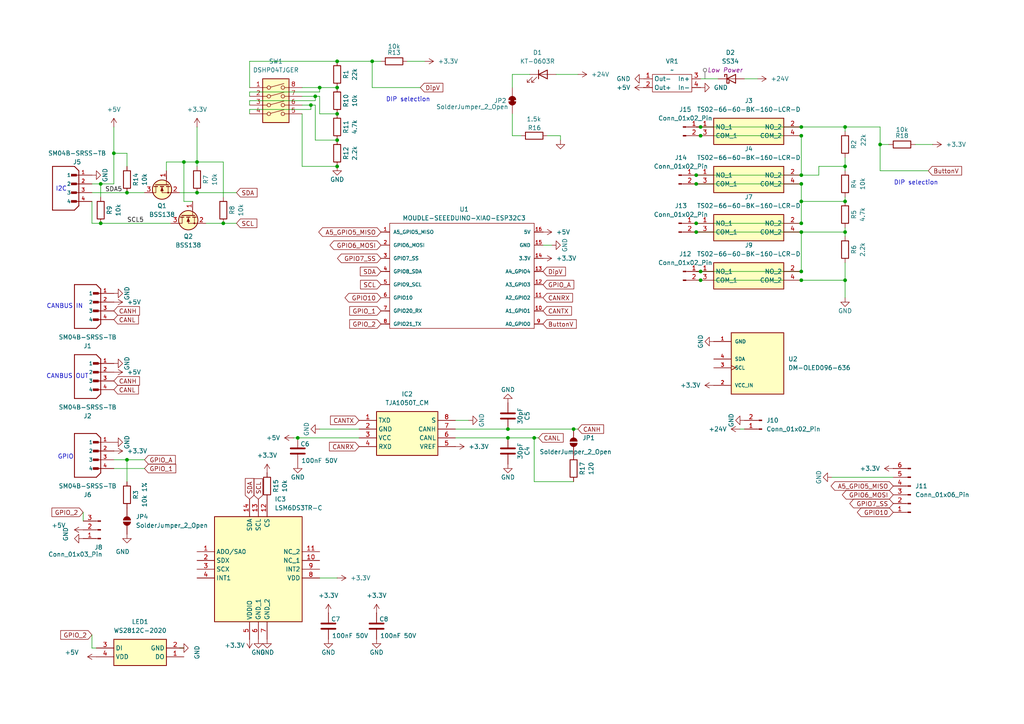
<source format=kicad_sch>
(kicad_sch (version 20231120) (generator "eeschema") (generator_version "8.0")
  (paper "A4")
  (junction (at 154.94 127))
  (junction (at 29.21 64.77))
  (junction (at 232.41 67.31))
  (junction (at 203.2 36.83))
  (junction (at 245.11 67.31))
  (junction (at 203.2 39.37))
  (junction (at 57.15 55.88))
  (junction (at 64.77 64.77))
  (junction (at 53.34 46.99))
  (junction (at 97.79 25.4))
  (junction (at 232.41 50.8))
  (junction (at 97.79 33.02))
  (junction (at 90.17 30.48))
  (junction (at 232.41 64.77))
  (junction (at 232.41 58.42))
  (junction (at 147.32 127))
  (junction (at 97.79 17.78))
  (junction (at 201.93 64.77))
  (junction (at 33.02 44.45))
  (junction (at 86.36 127))
  (junction (at 245.11 48.26))
  (junction (at 166.37 124.46))
  (junction (at 232.41 78.74))
  (junction (at 97.79 48.26))
  (junction (at 29.21 53.34))
  (junction (at 203.2 81.28))
  (junction (at 232.41 53.34))
  (junction (at 36.83 133.35))
  (junction (at 203.2 78.74))
  (junction (at 147.32 124.46))
  (junction (at 245.11 81.28))
  (junction (at 92.71 25.4))
  (junction (at 91.44 27.94))
  (junction (at 36.83 55.88))
  (junction (at 232.41 39.37))
  (junction (at 245.11 58.42))
  (junction (at 232.41 81.28))
  (junction (at 57.15 46.99))
  (junction (at 201.93 50.8))
  (junction (at 245.11 36.83))
  (junction (at 201.93 53.34))
  (junction (at 107.95 17.78))
  (junction (at 97.79 40.64))
  (junction (at 255.27 41.91))
  (junction (at 232.41 36.83))
  (junction (at 201.93 67.31))
  (wire (pts (xy 97.79 167.64) (xy 92.71 167.64)))
  (wire (pts (xy 245.11 81.28) (xy 245.11 76.2)))
  (wire (pts (xy 232.41 58.42) (xy 245.11 58.42)))
  (wire (pts (xy 232.41 67.31) (xy 232.41 78.74)))
  (wire (pts (xy 201.93 39.37) (xy 203.2 39.37)))
  (wire (pts (xy 33.02 53.34) (xy 29.21 53.34)))
  (wire (pts (xy 91.44 27.94) (xy 92.71 27.94)))
  (wire (pts (xy 36.83 44.45) (xy 33.02 44.45)))
  (wire (pts (xy 72.39 17.78) (xy 97.79 17.78)))
  (wire (pts (xy 57.15 36.83) (xy 57.15 46.99)))
  (wire (pts (xy 53.34 58.42) (xy 55.88 58.42)))
  (wire (pts (xy 24.13 148.59) (xy 24.13 151.13)))
  (wire (pts (xy 147.32 124.46) (xy 132.08 124.46)))
  (wire (pts (xy 68.58 64.77) (xy 64.77 64.77)))
  (wire (pts (xy 245.11 45.72) (xy 245.11 48.26)))
  (wire (pts (xy 255.27 49.53) (xy 269.24 49.53)))
  (wire (pts (xy 33.02 44.45) (xy 33.02 53.34)))
  (wire (pts (xy 41.91 133.35) (xy 36.83 133.35)))
  (wire (pts (xy 118.11 17.78) (xy 123.19 17.78)))
  (wire (pts (xy 237.49 48.26) (xy 245.11 48.26)))
  (wire (pts (xy 91.44 40.64) (xy 97.79 40.64)))
  (wire (pts (xy 154.94 139.7) (xy 154.94 127)))
  (wire (pts (xy 72.39 30.48) (xy 72.39 29.21)))
  (wire (pts (xy 232.41 81.28) (xy 245.11 81.28)))
  (wire (pts (xy 53.34 187.96) (xy 52.07 187.96)))
  (wire (pts (xy 92.71 27.94) (xy 92.71 33.02)))
  (wire (pts (xy 201.93 78.74) (xy 203.2 78.74)))
  (wire (pts (xy 201.93 67.31) (xy 232.41 67.31)))
  (wire (pts (xy 201.93 53.34) (xy 232.41 53.34)))
  (wire (pts (xy 208.28 22.86) (xy 203.2 22.86)))
  (wire (pts (xy 107.95 17.78) (xy 107.95 25.4)))
  (wire (pts (xy 36.83 133.35) (xy 33.02 133.35)))
  (wire (pts (xy 72.39 33.02) (xy 72.39 31.75)))
  (wire (pts (xy 59.69 64.77) (xy 64.77 64.77)))
  (wire (pts (xy 72.39 31.75) (xy 90.17 31.75)))
  (wire (pts (xy 53.34 46.99) (xy 57.15 46.99)))
  (wire (pts (xy 26.67 187.96) (xy 27.94 187.96)))
  (wire (pts (xy 29.21 53.34) (xy 29.21 57.15)))
  (wire (pts (xy 232.41 58.42) (xy 232.41 64.77)))
  (wire (pts (xy 90.17 30.48) (xy 91.44 30.48)))
  (wire (pts (xy 158.75 39.37) (xy 162.56 39.37)))
  (wire (pts (xy 36.83 133.35) (xy 36.83 139.7)))
  (wire (pts (xy 245.11 58.42) (xy 245.11 57.15)))
  (wire (pts (xy 151.13 39.37) (xy 148.59 39.37)))
  (wire (pts (xy 72.39 26.67) (xy 92.71 26.67)))
  (wire (pts (xy 87.63 25.4) (xy 92.71 25.4)))
  (wire (pts (xy 26.67 55.88) (xy 36.83 55.88)))
  (wire (pts (xy 97.79 17.78) (xy 107.95 17.78)))
  (wire (pts (xy 232.41 67.31) (xy 245.11 67.31)))
  (wire (pts (xy 48.26 46.99) (xy 53.34 46.99)))
  (wire (pts (xy 167.64 124.46) (xy 166.37 124.46)))
  (wire (pts (xy 57.15 55.88) (xy 52.07 55.88)))
  (wire (pts (xy 26.67 64.77) (xy 26.67 58.42)))
  (wire (pts (xy 57.15 46.99) (xy 57.15 48.26)))
  (wire (pts (xy 166.37 124.46) (xy 147.32 124.46)))
  (wire (pts (xy 87.63 48.26) (xy 97.79 48.26)))
  (wire (pts (xy 36.83 48.26) (xy 36.83 44.45)))
  (wire (pts (xy 68.58 55.88) (xy 57.15 55.88)))
  (wire (pts (xy 87.63 30.48) (xy 90.17 30.48)))
  (wire (pts (xy 245.11 86.36) (xy 245.11 81.28)))
  (wire (pts (xy 237.49 50.8) (xy 237.49 48.26)))
  (wire (pts (xy 92.71 26.67) (xy 92.71 25.4)))
  (wire (pts (xy 29.21 64.77) (xy 26.67 64.77)))
  (wire (pts (xy 92.71 33.02) (xy 97.79 33.02)))
  (wire (pts (xy 26.67 184.15) (xy 26.67 187.96)))
  (wire (pts (xy 92.71 124.46) (xy 104.14 124.46)))
  (wire (pts (xy 41.91 135.89) (xy 33.02 135.89)))
  (wire (pts (xy 265.43 41.91) (xy 270.51 41.91)))
  (wire (pts (xy 92.71 25.4) (xy 97.79 25.4)))
  (wire (pts (xy 90.17 31.75) (xy 90.17 30.48)))
  (wire (pts (xy 156.21 127) (xy 154.94 127)))
  (wire (pts (xy 91.44 29.21) (xy 91.44 27.94)))
  (wire (pts (xy 201.93 64.77) (xy 232.41 64.77)))
  (wire (pts (xy 107.95 25.4) (xy 121.92 25.4)))
  (wire (pts (xy 87.63 33.02) (xy 87.63 48.26)))
  (wire (pts (xy 255.27 36.83) (xy 255.27 41.91)))
  (wire (pts (xy 148.59 39.37) (xy 148.59 33.02)))
  (wire (pts (xy 91.44 30.48) (xy 91.44 40.64)))
  (wire (pts (xy 49.53 64.77) (xy 29.21 64.77)))
  (wire (pts (xy 64.77 46.99) (xy 57.15 46.99)))
  (wire (pts (xy 154.94 127) (xy 147.32 127)))
  (wire (pts (xy 72.39 27.94) (xy 72.39 26.67)))
  (wire (pts (xy 147.32 127) (xy 132.08 127)))
  (wire (pts (xy 148.59 21.59) (xy 148.59 25.4)))
  (wire (pts (xy 162.56 39.37) (xy 162.56 40.64)))
  (wire (pts (xy 255.27 41.91) (xy 255.27 49.53)))
  (wire (pts (xy 85.09 127) (xy 86.36 127)))
  (wire (pts (xy 166.37 139.7) (xy 154.94 139.7)))
  (wire (pts (xy 48.26 49.53) (xy 48.26 46.99)))
  (wire (pts (xy 87.63 27.94) (xy 91.44 27.94)))
  (wire (pts (xy 86.36 127) (xy 104.14 127)))
  (wire (pts (xy 53.34 46.99) (xy 53.34 58.42)))
  (wire (pts (xy 132.08 121.92) (xy 135.89 121.92)))
  (wire (pts (xy 36.83 55.88) (xy 41.91 55.88)))
  (wire (pts (xy 201.93 36.83) (xy 203.2 36.83)))
  (wire (pts (xy 201.93 81.28) (xy 203.2 81.28)))
  (wire (pts (xy 245.11 68.58) (xy 245.11 67.31)))
  (wire (pts (xy 232.41 50.8) (xy 237.49 50.8)))
  (wire (pts (xy 160.02 71.12) (xy 157.48 71.12)))
  (wire (pts (xy 72.39 29.21) (xy 91.44 29.21)))
  (wire (pts (xy 72.39 25.4) (xy 72.39 17.78)))
  (wire (pts (xy 167.64 21.59) (xy 161.29 21.59)))
  (wire (pts (xy 245.11 67.31) (xy 245.11 66.04)))
  (wire (pts (xy 219.71 22.86) (xy 215.9 22.86)))
  (wire (pts (xy 29.21 53.34) (xy 26.67 53.34)))
  (wire (pts (xy 33.02 36.83) (xy 33.02 44.45)))
  (wire (pts (xy 214.63 124.46) (xy 215.9 124.46)))
  (wire (pts (xy 255.27 41.91) (xy 257.81 41.91)))
  (wire (pts (xy 245.11 36.83) (xy 255.27 36.83)))
  (wire (pts (xy 203.2 81.28) (xy 232.41 81.28)))
  (wire (pts (xy 245.11 48.26) (xy 245.11 49.53)))
  (wire (pts (xy 241.3 138.43) (xy 259.08 138.43)))
  (wire (pts (xy 107.95 17.78) (xy 110.49 17.78)))
  (wire (pts (xy 148.59 21.59) (xy 153.67 21.59)))
  (wire (pts (xy 203.2 78.74) (xy 232.41 78.74)))
  (wire (pts (xy 232.41 53.34) (xy 232.41 58.42)))
  (wire (pts (xy 203.2 39.37) (xy 232.41 39.37)))
  (wire (pts (xy 64.77 57.15) (xy 64.77 46.99)))
  (wire (pts (xy 232.41 36.83) (xy 245.11 36.83)))
  (wire (pts (xy 245.11 36.83) (xy 245.11 38.1)))
  (wire (pts (xy 203.2 36.83) (xy 232.41 36.83)))
  (wire (pts (xy 232.41 39.37) (xy 232.41 50.8)))
  (wire (pts (xy 201.93 50.8) (xy 232.41 50.8)))
  (text "CANBUS OUT" (at 19.558 109.22 0) (effects (font (size 1.27 1.27))))
  (text "GPIO\n" (at 19.05 132.588 0) (effects (font (size 1.27 1.27))))
  (text "DIP selection" (at 265.684 53.086 0) (effects (font (size 1.27 1.27))))
  (text "CANBUS IN" (at 18.796 88.9 0) (effects (font (size 1.27 1.27))))
  (text "DIP selection" (at 118.364 28.956 0) (effects (font (size 1.27 1.27))))
  (text "I2C" (at 17.78 54.864 0) (effects (font (size 1.27 1.27))))
  (label "SDA5" (at 30.48 55.88 0))
  (label "SCL5" (at 36.83 64.77 0))
  (global_label "CANTX" (shape input) (at 104.14 121.92 180) (property "Intersheetrefs" "${INTERSHEET_REFS}" (effects (hide yes))))
  (global_label "SDA" (shape input) (at 72.39 144.78 90) (property "Intersheetrefs" "${INTERSHEET_REFS}" (effects (hide yes))))
  (global_label "GPIO_A" (shape input) (at 157.48 82.55 0) (property "Intersheetrefs" "${INTERSHEET_REFS}" (effects (hide yes))))
  (global_label "GPIO_A" (shape input) (at 41.91 133.35 0) (property "Intersheetrefs" "${INTERSHEET_REFS}" (effects (hide yes))))
  (global_label "ButtonV" (shape input) (at 157.48 93.98 0) (property "Intersheetrefs" "${INTERSHEET_REFS}" (effects (hide yes))))
  (global_label "A5_GPIO5_MISO" (shape bidirectional) (at 259.08 140.97 180) (property "Intersheetrefs" "${INTERSHEET_REFS}" (effects (hide yes))))
  (global_label "CANRX" (shape input) (at 104.14 129.54 180) (property "Intersheetrefs" "${INTERSHEET_REFS}" (effects (hide yes))))
  (global_label "CANH" (shape input) (at 33.02 110.49 0) (property "Intersheetrefs" "${INTERSHEET_REFS}" (effects (hide yes))))
  (global_label "GPIO7_SS" (shape bidirectional) (at 110.49 74.93 180) (property "Intersheetrefs" "${INTERSHEET_REFS}" (effects (hide yes))))
  (global_label "GPIO_1" (shape input) (at 110.49 90.17 180) (property "Intersheetrefs" "${INTERSHEET_REFS}" (effects (hide yes))))
  (global_label "GPIO_2" (shape input) (at 24.13 148.59 180) (property "Intersheetrefs" "${INTERSHEET_REFS}" (effects (hide yes))))
  (global_label "DipV" (shape input) (at 121.92 25.4 0) (property "Intersheetrefs" "${INTERSHEET_REFS}" (effects (hide yes))))
  (global_label "CANL" (shape input) (at 156.21 127 0) (property "Intersheetrefs" "${INTERSHEET_REFS}" (effects (hide yes))))
  (global_label "SCL" (shape input) (at 68.58 64.77 0) (property "Intersheetrefs" "${INTERSHEET_REFS}" (effects (hide yes))))
  (global_label "CANRX" (shape input) (at 157.48 86.36 0) (property "Intersheetrefs" "${INTERSHEET_REFS}" (effects (hide yes))))
  (global_label "CANH" (shape input) (at 33.02 90.17 0) (property "Intersheetrefs" "${INTERSHEET_REFS}" (effects (hide yes))))
  (global_label "CANL" (shape input) (at 33.02 113.03 0) (property "Intersheetrefs" "${INTERSHEET_REFS}" (effects (hide yes))))
  (global_label "CANH" (shape input) (at 167.64 124.46 0) (property "Intersheetrefs" "${INTERSHEET_REFS}" (effects (hide yes))))
  (global_label "GPIO_2" (shape input) (at 110.49 93.98 180) (property "Intersheetrefs" "${INTERSHEET_REFS}" (effects (hide yes))))
  (global_label "GPIO6_MOSI" (shape bidirectional) (at 110.49 71.12 180) (property "Intersheetrefs" "${INTERSHEET_REFS}" (effects (hide yes))))
  (global_label "GPIO_1" (shape input) (at 41.91 135.89 0) (property "Intersheetrefs" "${INTERSHEET_REFS}" (effects (hide yes))))
  (global_label "ButtonV" (shape input) (at 269.24 49.53 0) (property "Intersheetrefs" "${INTERSHEET_REFS}" (effects (hide yes))))
  (global_label "A5_GPIO5_MISO" (shape bidirectional) (at 110.49 67.31 180) (property "Intersheetrefs" "${INTERSHEET_REFS}" (effects (hide yes))))
  (global_label "GPIO7_SS" (shape bidirectional) (at 259.08 146.05 180) (property "Intersheetrefs" "${INTERSHEET_REFS}" (effects (hide yes))))
  (global_label "CANL" (shape input) (at 33.02 92.71 0) (property "Intersheetrefs" "${INTERSHEET_REFS}" (effects (hide yes))))
  (global_label "SDA" (shape input) (at 110.49 78.74 180) (property "Intersheetrefs" "${INTERSHEET_REFS}" (effects (hide yes))))
  (global_label "GPIO10" (shape bidirectional) (at 110.49 86.36 180) (property "Intersheetrefs" "${INTERSHEET_REFS}" (effects (hide yes))))
  (global_label "DipV" (shape input) (at 157.48 78.74 0) (property "Intersheetrefs" "${INTERSHEET_REFS}" (effects (hide yes))))
  (global_label "GPIO6_MOSI" (shape bidirectional) (at 259.08 143.51 180) (property "Intersheetrefs" "${INTERSHEET_REFS}" (effects (hide yes))))
  (global_label "SCL" (shape input) (at 74.93 144.78 90) (property "Intersheetrefs" "${INTERSHEET_REFS}" (effects (hide yes))))
  (global_label "SCL" (shape input) (at 110.49 82.55 180) (property "Intersheetrefs" "${INTERSHEET_REFS}" (effects (hide yes))))
  (global_label "SDA" (shape input) (at 68.58 55.88 0) (property "Intersheetrefs" "${INTERSHEET_REFS}" (effects (hide yes))))
  (global_label "GPIO10" (shape bidirectional) (at 259.08 148.59 180) (property "Intersheetrefs" "${INTERSHEET_REFS}" (effects (hide yes))))
  (global_label "GPIO_2" (shape input) (at 26.67 184.15 180) (property "Intersheetrefs" "${INTERSHEET_REFS}" (effects (hide yes))))
  (global_label "CANTX" (shape input) (at 157.48 90.17 0) (property "Intersheetrefs" "${INTERSHEET_REFS}" (effects (hide yes))))
  (netclass_flag "" (length 2.54) (shape round) (at 204.47 22.86 0) (property "Netclass" "Low Power" (at 205.1685 20.32 0) (effects (font (italic yes)) (justify left))))
  (symbol (lib_id "Connector:Conn_01x03_Pin") (at 29.21 153.67 180) (unit 1)
    (property "Reference" "J8" (at 28.575 158.75 0))
    (property "Value" "Conn_01x03_Pin" (at 21.844 160.782 0))
    (property "Footprint" "Connector_PinHeader_2.54mm:PinHeader_1x03_P2.54mm_Vertical" (effects (hide yes)))
    (property "Description" "Generic connector, single row, 01x03, script generated" (effects (hide yes)))
  )
  (symbol (lib_id "power:GND") (at 241.3 138.43 270) (unit 1)
    (property "Reference" "#PWR047" (effects (hide yes)))
    (property "Value" "GND" (at 237.49 138.43 0))
  )
  (symbol (lib_id "power:+24V") (at 214.63 124.46 90) (unit 1)
    (property "Reference" "#PWR049" (effects (hide yes)))
    (property "Value" "+24V" (at 210.82 124.4599 90) (effects (justify left)))
  )
  (symbol (lib_id "power:GND") (at 77.47 185.42 0) (unit 1)
    (property "Reference" "#PWR036" (effects (hide yes)))
    (property "Value" "GND" (at 77.47 189.23 0))
  )
  (symbol (lib_id "power:GND") (at 162.56 40.64 0) (unit 1)
    (property "Reference" "#PWR011" (effects (hide yes)))
    (property "Value" "GND" (effects (hide yes)))
  )
  (symbol (lib_id "power:+5V") (at 85.09 127 90) (unit 1)
    (property "Reference" "#PWR015" (effects (hide yes)))
    (property "Value" "+5V" (at 81.28 126.9999 90) (effects (justify left)))
    (property "Description" "Power symbol creates a global label with name \"+5V\"" (effects (hide yes)))
  )
  (symbol (lib_id "SamacSys_Parts:TS02-66-60-BK-160-LCR-D") (at 201.93 36.83 0) (unit 1)
    (property "Reference" "J3" (at 217.17 29.21 0))
    (property "Value" "TS02-66-60-BK-160-LCR-D" (at 217.17 31.75 0))
    (property "Footprint" "TS026660BK160LCRD" (effects (hide yes)))
    (property "Datasheet" "https://www.sameskydevices.com/product/resource/supplyframepdf/ts02.pdf" (effects (hide yes)))
    (property "Description" "6 x 6 mm, 6 mm Actuator Height, 160 gf, Black, Long Crimped, Through Hole, SPST, Tactile Switch" (effects (hide yes)))
    (property "Height" "6.2" (effects (hide yes)))
    (property "Manufacturer_Name" "Same Sky" (effects (hide yes)))
    (property "Manufacturer_Part_Number" "TS02-66-60-BK-160-LCR-D" (effects (hide yes)))
    (property "Mouser Part Number" "179-TS026660BK160LCR" (effects (hide yes)))
    (property "Mouser Price/Stock" "https://www.mouser.co.uk/ProductDetail/CUI-Devices/TS02-66-60-BK-160-LCR-D?qs=A6eO%252BMLsxmT2go%252BgKJKEow%3D%3D" (effects (hide yes)))
    (property "Arrow Part Number" "TS02-66-60-BK-160-LCR-D" (effects (hide yes)))
    (property "Arrow Price/Stock" "https://www.arrow.com/en/products/ts02-66-60-bk-160-lcr-d/cui-devices?region=nac" (effects (hide yes)))
  )
  (symbol (lib_id "Device:R") (at 261.62 41.91 270) (unit 1)
    (property "Reference" "R18" (at 261.62 39.37 90))
    (property "Value" "10k" (at 261.62 37.592 90))
    (property "Footprint" "Resistor_SMD:R_0402_1005Metric" (effects (hide yes)))
  )
  (symbol (lib_id "power:GND") (at 95.25 185.42 0) (unit 1)
    (property "Reference" "#PWR041" (effects (hide yes)))
    (property "Value" "GND" (at 95.25 189.23 0))
  )
  (symbol (lib_id "Device:R") (at 245.11 41.91 180) (unit 1)
    (property "Reference" "R2" (at 247.65 41.91 90))
    (property "Value" "22k" (at 250.444 40.64 90))
    (property "Footprint" "Resistor_SMD:R_0402_1005Metric" (effects (hide yes)))
  )
  (symbol (lib_id "Device:R") (at 29.21 60.96 180) (unit 1)
    (property "Reference" "R9" (at 31.75 60.96 90))
    (property "Value" "10k" (at 34.29 60.96 90))
    (property "Footprint" "Resistor_SMD:R_0402_1005Metric" (effects (hide yes)))
  )
  (symbol (lib_id "power:GND") (at 33.02 85.09 90) (unit 1)
    (property "Reference" "#PWR02" (effects (hide yes)))
    (property "Value" "GND" (at 36.83 85.09 0))
  )
  (symbol (lib_id "Device:R") (at 166.37 135.89 180) (unit 1)
    (property "Reference" "R17" (at 168.91 135.89 90))
    (property "Value" "120" (at 171.45 135.89 90))
    (property "Footprint" "Resistor_SMD:R_0402_1005Metric" (effects (hide yes)))
  )
  (symbol (lib_id "Device:C") (at 109.22 181.61 0) (unit 1)
    (property "Reference" "C8" (at 109.982 179.578 0) (effects (justify left)))
    (property "Value" "100nF 50V" (at 110.236 184.404 0) (effects (justify left)))
    (property "Footprint" "Capacitor_SMD:C_0402_1005Metric" (effects (hide yes)))
    (property "Description" "Unpolarized capacitor" (effects (hide yes)))
  )
  (symbol (lib_id "Device:C") (at 86.36 130.81 0) (unit 1)
    (property "Reference" "C6" (at 87.122 128.778 0) (effects (justify left)))
    (property "Value" "100nF 50V" (at 87.376 133.604 0) (effects (justify left)))
    (property "Footprint" "Capacitor_SMD:C_0402_1005Metric" (effects (hide yes)))
    (property "Description" "Unpolarized capacitor" (effects (hide yes)))
  )
  (symbol (lib_id "SamacSys_Parts:TS02-66-60-BK-160-LCR-D") (at 201.93 64.77 0) (unit 1)
    (property "Reference" "J7" (at 217.17 57.15 0))
    (property "Value" "TS02-66-60-BK-160-LCR-D" (at 217.17 59.69 0))
    (property "Footprint" "TS026660BK160LCRD" (effects (hide yes)))
    (property "Datasheet" "https://www.sameskydevices.com/product/resource/supplyframepdf/ts02.pdf" (effects (hide yes)))
    (property "Description" "6 x 6 mm, 6 mm Actuator Height, 160 gf, Black, Long Crimped, Through Hole, SPST, Tactile Switch" (effects (hide yes)))
    (property "Height" "6.2" (effects (hide yes)))
    (property "Manufacturer_Name" "Same Sky" (effects (hide yes)))
    (property "Manufacturer_Part_Number" "TS02-66-60-BK-160-LCR-D" (effects (hide yes)))
    (property "Mouser Part Number" "179-TS026660BK160LCR" (effects (hide yes)))
    (property "Mouser Price/Stock" "https://www.mouser.co.uk/ProductDetail/CUI-Devices/TS02-66-60-BK-160-LCR-D?qs=A6eO%252BMLsxmT2go%252BgKJKEow%3D%3D" (effects (hide yes)))
    (property "Arrow Part Number" "TS02-66-60-BK-160-LCR-D" (effects (hide yes)))
    (property "Arrow Price/Stock" "https://www.arrow.com/en/products/ts02-66-60-bk-160-lcr-d/cui-devices?region=nac" (effects (hide yes)))
  )
  (symbol (lib_id "Device:C") (at 95.25 181.61 0) (unit 1)
    (property "Reference" "C7" (at 96.012 179.578 0) (effects (justify left)))
    (property "Value" "100nF 50V" (at 96.266 184.404 0) (effects (justify left)))
    (property "Footprint" "Capacitor_SMD:C_0402_1005Metric" (effects (hide yes)))
    (property "Description" "Unpolarized capacitor" (effects (hide yes)))
  )
  (symbol (lib_id "Device:R") (at 97.79 21.59 180) (unit 1)
    (property "Reference" "R1" (at 100.33 21.59 90))
    (property "Value" "22k" (at 102.87 21.59 90))
    (property "Footprint" "Resistor_SMD:R_0402_1005Metric" (effects (hide yes)))
  )
  (symbol (lib_id "Device:R") (at 114.3 17.78 270) (unit 1)
    (property "Reference" "R13" (at 114.3 15.24 90))
    (property "Value" "10k" (at 114.3 13.462 90))
    (property "Footprint" "Resistor_SMD:R_0402_1005Metric" (effects (hide yes)))
  )
  (symbol (lib_id "power:GND") (at 24.13 156.21 270) (unit 1)
    (property "Reference" "#PWR031" (effects (hide yes)))
    (property "Value" "GND" (at 19.05 154.94 0))
  )
  (symbol (lib_id "power:+3.3V") (at 270.51 41.91 270) (unit 1)
    (property "Reference" "#PWR012" (effects (hide yes)))
    (property "Value" "+3.3V" (at 274.32 41.9099 90) (effects (justify left)))
    (property "Description" "Power symbol creates a global label with name \"+3.3V\"" (effects (hide yes)))
  )
  (symbol (lib_id "SamacSys_Parts:B4B-XH-A_LF__SN_") (at 19.05 53.34 0) (mirror y) (unit 1)
    (property "Reference" "J5" (at 22.352 46.99 0))
    (property "Value" "SM04B-SRSS-TB" (at 22.352 44.45 0))
    (property "Footprint" "Connector_JST:JST_SH_SM04B-SRSS-TB_1x04-1MP_P1.00mm_Horizontal" (effects (hide yes)))
    (property "Description" "JST 4 Pin" (effects (hide yes)))
  )
  (symbol (lib_id "power:GND") (at 135.89 121.92 90) (unit 1)
    (property "Reference" "#PWR019" (effects (hide yes)))
    (property "Value" "GND" (at 139.7 121.92 0))
  )
  (symbol (lib_id "power:GND") (at 26.67 50.8 90) (unit 1)
    (property "Reference" "#PWR05" (effects (hide yes)))
    (property "Value" "GND" (at 30.48 50.8 0))
  )
  (symbol (lib_id "power:+24V") (at 167.64 21.59 270) (unit 1)
    (property "Reference" "#PWR021" (effects (hide yes)))
    (property "Value" "+24V" (at 171.45 21.5899 90) (effects (justify left)))
  )
  (symbol (lib_id "power:GND") (at 109.22 185.42 0) (unit 1)
    (property "Reference" "#PWR044" (effects (hide yes)))
    (property "Value" "GND" (at 109.22 189.23 0))
  )
  (symbol (lib_id "power:+3.3V") (at 72.39 185.42 180) (unit 1)
    (property "Reference" "#PWR039" (effects (hide yes)))
    (property "Value" "+3.3V" (at 68.072 187.198 0))
    (property "Description" "Power symbol creates a global label with name \"+3.3V\"" (effects (hide yes)))
  )
  (symbol (lib_id "power:GND") (at 245.11 86.36 0) (unit 1)
    (property "Reference" "#PWR010" (effects (hide yes)))
    (property "Value" "GND" (at 245.11 90.17 0))
  )
  (symbol (lib_id "power:+24V") (at 219.71 22.86 270) (unit 1)
    (property "Reference" "#PWR033" (effects (hide yes)))
    (property "Value" "+24V" (at 223.52 22.86 90) (effects (justify left)))
  )
  (symbol (lib_id "power:GND") (at 160.02 71.12 90) (unit 1)
    (property "Reference" "#PWR09" (effects (hide yes)))
    (property "Value" "GND" (at 163.83 71.12 0))
  )
  (symbol (lib_id "power:+3.3V") (at 97.79 167.64 270) (unit 1)
    (property "Reference" "#PWR038" (effects (hide yes)))
    (property "Value" "+3.3V" (at 101.6 167.6399 90) (effects (justify left)))
    (property "Description" "Power symbol creates a global label with name \"+3.3V\"" (effects (hide yes)))
  )
  (symbol (lib_id "Connector:Conn_01x02_Pin") (at 220.98 124.46 180) (unit 1)
    (property "Reference" "J10" (at 222.25 121.9199 0) (effects (justify right)))
    (property "Value" "Conn_01x02_Pin" (at 222.25 124.4599 0) (effects (justify right)))
    (property "Footprint" "Connector_PinHeader_2.54mm:PinHeader_2x01_P2.54mm_Vertical" (effects (hide yes)))
    (property "Description" "Generic connector, single row, 01x02, script generated" (effects (hide yes)))
  )
  (symbol (lib_id "power:+5V") (at 186.69 25.4 90) (unit 1)
    (property "Reference" "#PWR035" (effects (hide yes)))
    (property "Value" "+5V" (at 182.88 25.3999 90) (effects (justify left)))
    (property "Description" "Power symbol creates a global label with name \"+5V\"" (effects (hide yes)))
  )
  (symbol (lib_id "power:GND") (at 97.79 48.26 0) (unit 1)
    (property "Reference" "#PWR08" (effects (hide yes)))
    (property "Value" "GND" (at 97.79 52.07 0))
  )
  (symbol (lib_id "power:GND") (at 215.9 121.92 270) (unit 1)
    (property "Reference" "#PWR048" (effects (hide yes)))
    (property "Value" "GND" (at 212.09 121.92 0))
  )
  (symbol (lib_id "power:+5V") (at 24.13 153.67 90) (unit 1)
    (property "Reference" "#PWR030" (effects (hide yes)))
    (property "Value" "+5V" (at 19.05 152.4001 90) (effects (justify left)))
    (property "Description" "Power symbol creates a global label with name \"+5V\"" (effects (hide yes)))
  )
  (symbol (lib_id "power:+5V") (at 33.02 36.83 0) (unit 1)
    (property "Reference" "#PWR01" (effects (hide yes)))
    (property "Value" "+5V" (at 33.02 31.75 0))
    (property "Description" "Power symbol creates a global label with name \"+5V\"" (effects (hide yes)))
  )
  (symbol (lib_id "power:+3.3V") (at 157.48 74.93 270) (unit 1)
    (property "Reference" "#PWR04" (effects (hide yes)))
    (property "Value" "+3.3V" (at 161.29 74.9299 90) (effects (justify left)))
    (property "Description" "Power symbol creates a global label with name \"+3.3V\"" (effects (hide yes)))
  )
  (symbol (lib_id "power:+3.3V") (at 95.25 177.8 0) (unit 1)
    (property "Reference" "#PWR040" (effects (hide yes)))
    (property "Value" "+3.3V" (at 95.25 172.72 0))
    (property "Description" "Power symbol creates a global label with name \"+3.3V\"" (effects (hide yes)))
  )
  (symbol (lib_id "Switch:SW_DIP_x04") (at 80.01 30.48 0) (unit 1)
    (property "Reference" "SW1" (at 80.01 17.78 0))
    (property "Value" "DSHP04TJGER" (at 80.01 20.32 0))
    (property "Footprint" "Button_Switch_SMD:SW_DIP_SPSTx04_Slide_Copal_CHS-04A_W5.08mm_P1.27mm_JPin" (effects (hide yes)))
    (property "Description" "4x DIP Switch, Single Pole Single Throw (SPST) switch, small symbol" (effects (hide yes)))
  )
  (symbol (lib_id "Jumper:SolderJumper_2_Bridged") (at 148.59 29.21 90) (unit 1) (exclude_from_sim yes) (in_bom no)
    (property "Reference" "JP2" (at 143.256 29.21 90) (effects (justify right)))
    (property "Value" "SolderJumper_2_Open" (at 126.492 30.988 90) (effects (justify right)))
    (property "Footprint" "CutomParts:Jumper Connected 2 Pin Small" (effects (hide yes)))
    (property "Description" "Solder Jumper, 2-pole, closed/bridged" (effects (hide yes)))
  )
  (symbol (lib_id "Device:C") (at 147.32 120.65 180) (unit 1)
    (property "Reference" "C5" (at 152.908 120.65 90))
    (property "Value" "30pF" (at 150.876 120.65 90))
    (property "Footprint" "Capacitor_SMD:C_0402_1005Metric" (effects (hide yes)))
    (property "Description" "Unpolarized capacitor" (effects (hide yes)))
  )
  (symbol (lib_id "Device:R") (at 77.47 140.97 180) (unit 1)
    (property "Reference" "R15" (at 80.01 140.97 90))
    (property "Value" "10k" (at 82.55 140.97 90))
    (property "Footprint" "Resistor_SMD:R_0402_1005Metric" (effects (hide yes)))
  )
  (symbol (lib_id "Device:R") (at 97.79 29.21 180) (unit 1)
    (property "Reference" "R10" (at 100.33 29.21 90))
    (property "Value" "10k" (at 102.87 29.21 90))
    (property "Footprint" "Resistor_SMD:R_0402_1005Metric" (effects (hide yes)))
  )
  (symbol (lib_id "power:+5V") (at 33.02 107.95 270) (unit 1)
    (property "Reference" "#PWR022" (effects (hide yes)))
    (property "Value" "+5V" (at 36.83 107.9499 90) (effects (justify left)))
    (property "Description" "Power symbol creates a global label with name \"+5V\"" (effects (hide yes)))
  )
  (symbol (lib_id "Device:R") (at 245.11 62.23 180) (unit 1)
    (property "Reference" "R5" (at 247.65 62.23 90))
    (property "Value" "4.7k" (at 250.19 62.23 90))
    (property "Footprint" "Resistor_SMD:R_0402_1005Metric" (effects (hide yes)))
  )
  (symbol (lib_id "SamacSys_Parts:TS02-66-60-BK-160-LCR-D") (at 201.93 78.74 0) (unit 1)
    (property "Reference" "J9" (at 217.17 71.12 0))
    (property "Value" "TS02-66-60-BK-160-LCR-D" (at 217.17 73.66 0))
    (property "Footprint" "TS026660BK160LCRD" (effects (hide yes)))
    (property "Datasheet" "https://www.sameskydevices.com/product/resource/supplyframepdf/ts02.pdf" (effects (hide yes)))
    (property "Description" "6 x 6 mm, 6 mm Actuator Height, 160 gf, Black, Long Crimped, Through Hole, SPST, Tactile Switch" (effects (hide yes)))
    (property "Height" "6.2" (effects (hide yes)))
    (property "Manufacturer_Name" "Same Sky" (effects (hide yes)))
    (property "Manufacturer_Part_Number" "TS02-66-60-BK-160-LCR-D" (effects (hide yes)))
    (property "Mouser Part Number" "179-TS026660BK160LCR" (effects (hide yes)))
    (property "Mouser Price/Stock" "https://www.mouser.co.uk/ProductDetail/CUI-Devices/TS02-66-60-BK-160-LCR-D?qs=A6eO%252BMLsxmT2go%252BgKJKEow%3D%3D" (effects (hide yes)))
    (property "Arrow Part Number" "TS02-66-60-BK-160-LCR-D" (effects (hide yes)))
    (property "Arrow Price/Stock" "https://www.arrow.com/en/products/ts02-66-60-bk-160-lcr-d/cui-devices?region=nac" (effects (hide yes)))
  )
  (symbol (lib_id "power:+3.3V") (at 109.22 177.8 0) (unit 1)
    (property "Reference" "#PWR043" (effects (hide yes)))
    (property "Value" "+3.3V" (at 109.22 172.72 0))
    (property "Description" "Power symbol creates a global label with name \"+3.3V\"" (effects (hide yes)))
  )
  (symbol (lib_id "Device:R") (at 154.94 39.37 270) (unit 1)
    (property "Reference" "R16" (at 156.972 37.084 90) (effects (justify right)))
    (property "Value" "1.5k" (at 156.972 34.544 90) (effects (justify right)))
    (property "Footprint" "Resistor_SMD:R_0402_1005Metric" (effects (hide yes)))
  )
  (symbol (lib_id "power:GND") (at 36.83 154.94 0) (unit 1)
    (property "Reference" "#PWR03" (effects (hide yes)))
    (property "Value" "GND" (at 35.56 160.02 0))
  )
  (symbol (lib_id "Personal:Reg_Board") (at 194.31 24.13 0) (unit 1) (in_bom no)
    (property "Reference" "VR1" (at 194.945 17.78 0))
    (property "Value" "~" (at 194.945 20.32 0))
    (property "Footprint" "Library:EY9 reg board" (effects (hide yes)))
  )
  (symbol (lib_id "power:+5V") (at 27.94 190.5 90) (unit 1)
    (property "Reference" "#PWR045" (effects (hide yes)))
    (property "Value" "+5V" (at 22.86 189.2301 90) (effects (justify left)))
    (property "Description" "Power symbol creates a global label with name \"+5V\"" (effects (hide yes)))
  )
  (symbol (lib_id "power:+5V") (at 33.02 87.63 270) (unit 1)
    (property "Reference" "#PWR016" (effects (hide yes)))
    (property "Value" "+5V" (at 36.83 87.6299 90) (effects (justify left)))
    (property "Description" "Power symbol creates a global label with name \"+5V\"" (effects (hide yes)))
  )
  (symbol (lib_id "Connector:Conn_01x02_Pin") (at 198.12 78.74 0) (unit 1)
    (property "Reference" "J12" (at 198.755 73.66 0))
    (property "Value" "Conn_01x02_Pin" (at 198.755 76.2 0))
    (property "Footprint" "Jst Connectors:JST_EH_B02B-EH-A_02x2.50mm_Straight" (effects (hide yes)))
    (property "Description" "Generic connector, single row, 01x02, script generated" (effects (hide yes)))
  )
  (symbol (lib_id "SamacSys_Parts:B4B-XH-A_LF__SN_") (at 25.4 107.95 0) (mirror y) (unit 1)
    (property "Reference" "J2" (at 25.4 120.65 0))
    (property "Value" "SM04B-SRSS-TB" (at 25.4 118.11 0))
    (property "Footprint" "Connector_JST:JST_SH_SM04B-SRSS-TB_1x04-1MP_P1.00mm_Horizontal" (effects (hide yes)))
    (property "Description" "JST 4 Pin" (effects (hide yes)))
  )
  (symbol (lib_id "power:GND") (at 33.02 128.27 90) (unit 1)
    (property "Reference" "#PWR026" (effects (hide yes)))
    (property "Value" "GND" (at 36.83 128.27 0))
  )
  (symbol (lib_id "Jumper:SolderJumper_2_Open") (at 36.83 151.13 90) (unit 1) (exclude_from_sim yes) (in_bom no)
    (property "Reference" "JP4" (at 39.37 149.8599 90) (effects (justify right)))
    (property "Value" "SolderJumper_2_Open" (at 39.37 152.3999 90) (effects (justify right)))
    (property "Footprint" "Jumper:SolderJumper-2_P1.3mm_Open_RoundedPad1.0x1.5mm" (effects (hide yes)))
    (property "Description" "Solder Jumper, 2-pole, open" (effects (hide yes)))
  )
  (symbol (lib_id "Device:R") (at 97.79 36.83 180) (unit 1)
    (property "Reference" "R11" (at 100.33 36.83 90))
    (property "Value" "4.7k" (at 102.87 36.83 90))
    (property "Footprint" "Resistor_SMD:R_0402_1005Metric" (effects (hide yes)))
  )
  (symbol (lib_id "power:+3.3V") (at 33.02 130.81 270) (unit 1)
    (property "Reference" "#PWR029" (effects (hide yes)))
    (property "Value" "+3.3V" (at 36.83 130.8099 90) (effects (justify left)))
    (property "Description" "Power symbol creates a global label with name \"+3.3V\"" (effects (hide yes)))
  )
  (symbol (lib_id "SamacSys_Parts:B4B-XH-A_LF__SN_") (at 25.4 87.63 0) (mirror y) (unit 1)
    (property "Reference" "J1" (at 25.4 100.33 0))
    (property "Value" "SM04B-SRSS-TB" (at 25.4 97.79 0))
    (property "Footprint" "Connector_JST:JST_SH_SM04B-SRSS-TB_1x04-1MP_P1.00mm_Horizontal" (effects (hide yes)))
    (property "Description" "JST 4 Pin" (effects (hide yes)))
  )
  (symbol (lib_id "power:GND") (at 86.36 134.62 0) (unit 1)
    (property "Reference" "#PWR018" (effects (hide yes)))
    (property "Value" "GND" (at 86.36 138.43 0))
  )
  (symbol (lib_id "SamacSys_Parts:WS2812C-2020") (at 27.94 187.96 0) (unit 1)
    (property "Reference" "LED1" (at 40.64 180.34 0))
    (property "Value" "WS2812C-2020" (at 40.64 182.88 0))
    (property "Footprint" "WS2812C2020" (effects (hide yes)))
    (property "Datasheet" "http://www.world-semi.com/DownLoadFile/139" (effects (hide yes)))
    (property "Description" "Intelligent control LED integrated light source" (effects (hide yes)))
    (property "Height" "0.84" (effects (hide yes)))
    (property "Manufacturer_Name" "Worldsemi" (effects (hide yes)))
    (property "Manufacturer_Part_Number" "WS2812C-2020" (effects (hide yes)))
  )
  (symbol (lib_id "power:GND") (at 52.07 187.96 90) (unit 1)
    (property "Reference" "#PWR046" (effects (hide yes)))
    (property "Value" "GND" (at 57.15 189.23 0))
  )
  (symbol (lib_id "Device:R") (at 245.11 72.39 180) (unit 1)
    (property "Reference" "R6" (at 247.65 72.39 90))
    (property "Value" "2.2k" (at 250.19 72.39 90))
    (property "Footprint" "Resistor_SMD:R_0402_1005Metric" (effects (hide yes)))
  )
  (symbol (lib_id "SamacSys_Parts:TS02-66-60-BK-160-LCR-D") (at 201.93 50.8 0) (unit 1)
    (property "Reference" "J4" (at 217.17 43.18 0))
    (property "Value" "TS02-66-60-BK-160-LCR-D" (at 217.17 45.72 0))
    (property "Footprint" "TS026660BK160LCRD" (effects (hide yes)))
    (property "Datasheet" "https://www.sameskydevices.com/product/resource/supplyframepdf/ts02.pdf" (effects (hide yes)))
    (property "Description" "6 x 6 mm, 6 mm Actuator Height, 160 gf, Black, Long Crimped, Through Hole, SPST, Tactile Switch" (effects (hide yes)))
    (property "Height" "6.2" (effects (hide yes)))
    (property "Manufacturer_Name" "Same Sky" (effects (hide yes)))
    (property "Manufacturer_Part_Number" "TS02-66-60-BK-160-LCR-D" (effects (hide yes)))
    (property "Mouser Part Number" "179-TS026660BK160LCR" (effects (hide yes)))
    (property "Mouser Price/Stock" "https://www.mouser.co.uk/ProductDetail/CUI-Devices/TS02-66-60-BK-160-LCR-D?qs=A6eO%252BMLsxmT2go%252BgKJKEow%3D%3D" (effects (hide yes)))
    (property "Arrow Part Number" "TS02-66-60-BK-160-LCR-D" (effects (hide yes)))
    (property "Arrow Price/Stock" "https://www.arrow.com/en/products/ts02-66-60-bk-160-lcr-d/cui-devices?region=nac" (effects (hide yes)))
  )
  (symbol (lib_id "Device:R") (at 245.11 53.34 180) (unit 1)
    (property "Reference" "R4" (at 247.65 53.34 90))
    (property "Value" "10k" (at 250.19 53.34 90))
    (property "Footprint" "Resistor_SMD:R_0402_1005Metric" (effects (hide yes)))
  )
  (symbol (lib_id "SamacSys_Parts:B4B-XH-A_LF__SN_") (at 25.4 130.81 0) (mirror y) (unit 1)
    (property "Reference" "J6" (at 25.4 143.51 0))
    (property "Value" "SM04B-SRSS-TB" (at 25.4 140.97 0))
    (property "Footprint" "Connector_JST:JST_SH_SM04B-SRSS-TB_1x04-1MP_P1.00mm_Horizontal" (effects (hide yes)))
    (property "Description" "JST 4 Pin" (effects (hide yes)))
  )
  (symbol (lib_id "Device:R") (at 64.77 60.96 180) (unit 1)
    (property "Reference" "R8" (at 67.31 60.96 90))
    (property "Value" "10k" (at 69.85 60.96 90))
    (property "Footprint" "Resistor_SMD:R_0402_1005Metric" (effects (hide yes)))
  )
  (symbol (lib_id "power:GND") (at 92.71 124.46 270) (unit 1)
    (property "Reference" "#PWR020" (effects (hide yes)))
    (property "Value" "GND" (at 88.9 124.46 0))
  )
  (symbol (lib_id "PCM_Transistor_MOSFET_AKL:BSS138") (at 54.61 62.23 90) (mirror x) (unit 1)
    (property "Reference" "Q2" (at 54.61 68.58 90))
    (property "Value" "BSS138" (at 54.61 71.12 90))
    (property "Footprint" "PCM_Package_TO_SOT_SMD_AKL:SOT-23" (effects (hide yes)))
    (property "Datasheet" "https://www.tme.eu/Document/2b32cdd3c66afedbcd628e73d93ae817/BSS138-7-F.pdf" (effects (hide yes)))
    (property "Description" "SOT-23 N-MOSFET enchancement mode transistor, 50V, 200mA, 300mW, Alternate KiCAD Library" (effects (hide yes)))
  )
  (symbol (lib_id "power:GND") (at 186.69 22.86 270) (mirror x) (unit 1)
    (property "Reference" "#PWR034" (effects (hide yes)))
    (property "Value" "GND" (at 182.88 22.8599 90) (effects (justify right)))
  )
  (symbol (lib_id "SamacSys_Parts:ESP32_C3_Super_mini") (at 134.62 78.74 0) (unit 1)
    (property "Reference" "U1" (at 134.62 60.706 0))
    (property "Value" "MOUDLE-SEEEDUINO-XIAO-ESP32C3" (at 134.62 63.246 0))
    (property "Footprint" "Arduino:MOUDLE14P-SMD-2.54-21X17.8MM" (effects (hide yes)))
  )
  (symbol (lib_id "Device:R") (at 97.79 44.45 180) (unit 1)
    (property "Reference" "R12" (at 100.33 44.45 90))
    (property "Value" "2.2k" (at 102.87 44.45 90))
    (property "Footprint" "Resistor_SMD:R_0402_1005Metric" (effects (hide yes)))
  )
  (symbol (lib_id "Device:R") (at 36.83 143.51 180) (unit 1)
    (property "Reference" "R3" (at 39.37 143.51 90))
    (property "Value" "10k 1%" (at 41.91 143.51 90))
    (property "Footprint" "Resistor_SMD:R_0402_1005Metric" (effects (hide yes)))
  )
  (symbol (lib_id "power:+3.3V") (at 207.01 111.76 90) (unit 1)
    (property "Reference" "#PWR024" (effects (hide yes)))
    (property "Value" "+3.3V" (at 203.2 111.7599 90) (effects (justify left)))
    (property "Description" "Power symbol creates a global label with name \"+3.3V\"" (effects (hide yes)))
  )
  (symbol (lib_id "Connector:Conn_01x02_Pin") (at 196.85 50.8 0) (unit 1)
    (property "Reference" "J14" (at 197.485 45.72 0))
    (property "Value" "Conn_01x02_Pin" (at 197.485 48.26 0))
    (property "Footprint" "Jst Connectors:JST_EH_B02B-EH-A_02x2.50mm_Straight" (effects (hide yes)))
    (property "Description" "Generic connector, single row, 01x02, script generated" (effects (hide yes)))
  )
  (symbol (lib_id "SamacSys_Parts:LSM6DS3TR-C") (at 57.15 160.02 0) (unit 1)
    (property "Reference" "IC3" (at 79.6641 144.78 0) (effects (justify left)))
    (property "Value" "LSM6DS3TR-C" (at 79.6641 147.32 0) (effects (justify left)))
    (property "Footprint" "LSM6DS3USTR" (effects (hide yes)))
    (property "Datasheet" "http://www.st.com/resource/en/datasheet/lsm6ds3tr-c.pdf" (effects (hide yes)))
    (property "Description" "STMicroelectronics iNEMO inertial module: 3D accelerometer and 3D gyroscope" (effects (hide yes)))
    (property "Height" "0.86" (effects (hide yes)))
    (property "Manufacturer_Name" "STMicroelectronics" (effects (hide yes)))
    (property "Manufacturer_Part_Number" "LSM6DS3TR-C" (effects (hide yes)))
    (property "Mouser Part Number" "511-LSM6DS3TR-C" (effects (hide yes)))
    (property "Mouser Price/Stock" "https://www.mouser.co.uk/ProductDetail/STMicroelectronics/LSM6DS3TR-C?qs=u4fy%2FsgLU9NHwPlhP3LTBw%3D%3D" (effects (hide yes)))
    (property "Arrow Part Number" "LSM6DS3TR-C" (effects (hide yes)))
    (property "Arrow Price/Stock" "null?region=nac" (effects (hide yes)))
  )
  (symbol (lib_id "Device:R") (at 36.83 52.07 180) (unit 1)
    (property "Reference" "R14" (at 39.37 52.07 90))
    (property "Value" "10k" (at 41.91 52.07 90))
    (property "Footprint" "Resistor_SMD:R_0402_1005Metric" (effects (hide yes)))
  )
  (symbol (lib_id "power:GND") (at 147.32 116.84 180) (unit 1)
    (property "Reference" "#PWR027" (effects (hide yes)))
    (property "Value" "GND" (at 147.32 113.03 0))
  )
  (symbol (lib_id "power:GND") (at 74.93 185.42 0) (unit 1)
    (property "Reference" "#PWR037" (effects (hide yes)))
    (property "Value" "GND" (at 74.93 189.23 0))
  )
  (symbol (lib_id "power:+3.3V") (at 57.15 36.83 0) (unit 1)
    (property "Reference" "#PWR023" (effects (hide yes)))
    (property "Value" "+3.3V" (at 57.15 31.75 0))
    (property "Description" "Power symbol creates a global label with name \"+3.3V\"" (effects (hide yes)))
  )
  (symbol (lib_id "Device:R") (at 57.15 52.07 180) (unit 1)
    (property "Reference" "R7" (at 59.69 52.07 90))
    (property "Value" "10k" (at 62.23 52.07 90))
    (property "Footprint" "Resistor_SMD:R_0402_1005Metric" (effects (hide yes)))
  )
  (symbol (lib_id "power:GND") (at 147.32 134.62 0) (unit 1)
    (property "Reference" "#PWR028" (effects (hide yes)))
    (property "Value" "GND" (at 147.32 138.43 0))
  )
  (symbol (lib_id "Device:LED") (at 157.48 21.59 0) (unit 1)
    (property "Reference" "D1" (at 155.8925 15.24 0))
    (property "Value" "KT-0603R" (at 155.8925 17.78 0))
    (property "Footprint" "LED_SMD:LED_0603_1608Metric" (effects (hide yes)))
    (property "Description" "Light emitting diode" (effects (hide yes)))
  )
  (symbol (lib_id "power:+3.3V") (at 132.08 129.54 270) (unit 1)
    (property "Reference" "#PWR013" (effects (hide yes)))
    (property "Value" "+3.3V" (at 135.89 129.5399 90) (effects (justify left)))
    (property "Description" "Power symbol creates a global label with name \"+3.3V\"" (effects (hide yes)))
  )
  (symbol (lib_id "power:+3.3V") (at 123.19 17.78 270) (unit 1)
    (property "Reference" "#PWR06" (effects (hide yes)))
    (property "Value" "+3.3V" (at 127 17.7799 90) (effects (justify left)))
    (property "Description" "Power symbol creates a global label with name \"+3.3V\"" (effects (hide yes)))
  )
  (symbol (lib_id "Diode:1N5820") (at 212.09 22.86 0) (unit 1)
    (property "Reference" "D2" (at 211.836 15.24 0))
    (property "Value" "SS34" (at 211.836 17.78 0))
    (property "Footprint" "Diode_SMD:D_SOD-123" (effects (hide yes)))
    (property "Datasheet" "http://www.vishay.com/docs/88526/1n5820.pdf" (effects (hide yes)))
    (property "Description" "20V 3A Schottky Barrier Rectifier Diode, DO-201AD" (effects (hide yes)))
  )
  (symbol (lib_id "power:+3.3V") (at 259.08 135.89 90) (unit 1)
    (property "Reference" "#PWR025" (effects (hide yes)))
    (property "Value" "+3.3V" (at 255.27 135.8899 90) (effects (justify left)))
    (property "Description" "Power symbol creates a global label with name \"+3.3V\"" (effects (hide yes)))
  )
  (symbol (lib_id "Jumper:SolderJumper_2_Open") (at 166.37 128.27 90) (unit 1) (exclude_from_sim yes) (in_bom no)
    (property "Reference" "JP1" (at 168.91 126.9999 90) (effects (justify right)))
    (property "Value" "SolderJumper_2_Open" (at 156.464 131.064 90) (effects (justify right)))
    (property "Footprint" "Jumper:SolderJumper-2_P1.3mm_Open_RoundedPad1.0x1.5mm" (effects (hide yes)))
    (property "Description" "Solder Jumper, 2-pole, open" (effects (hide yes)))
  )
  (symbol (lib_id "Connector:Conn_01x06_Pin") (at 264.16 143.51 180) (unit 1)
    (property "Reference" "J11" (at 265.43 140.9699 0) (effects (justify right)))
    (property "Value" "Conn_01x06_Pin" (at 265.43 143.5099 0) (effects (justify right)))
    (property "Footprint" "Connector_PinHeader_2.54mm:PinHeader_1x06_P2.54mm_Vertical" (effects (hide yes)))
    (property "Description" "Generic connector, single row, 01x06, script generated" (effects (hide yes)))
  )
  (symbol (lib_id "SamacSys_Parts:TJA1050T_CM") (at 104.14 121.92 0) (unit 1)
    (property "Reference" "IC2" (at 118.11 114.3 0))
    (property "Value" "TJA1050T_CM" (at 118.11 116.84 0))
    (property "Footprint" "SOIC127P600X175-8N" (effects (hide yes)))
    (property "Datasheet" "https://www.tme.eu/Document/977d0fd8449c416da25cef30c4f64641/TJA1050.pdf" (effects (hide yes)))
    (property "Description" "IC: interface; transceiver; 1Mbps; 4.755.25VDC; SO8; No.of rec: 1" (effects (hide yes)))
    (property "Height" "1.75" (effects (hide yes)))
    (property "Manufacturer_Name" "NXP" (effects (hide yes)))
    (property "Manufacturer_Part_Number" "TJA1050T/CM" (effects (hide yes)))
    (property "Mouser Part Number" "N/A" (effects (hide yes)))
    (property "Mouser Price/Stock" "https://www.mouser.co.uk/ProductDetail/NXP-Semiconductors/TJA1050T-CM?qs=fAHHVMwC%252BbibiWs27gP5ng%3D%3D" (effects (hide yes)))
  )
  (symbol (lib_id "power:GND") (at 203.2 25.4 90) (unit 1)
    (property "Reference" "#PWR032" (effects (hide yes)))
    (property "Value" "GND" (at 207.01 25.4001 90) (effects (justify right)))
  )
  (symbol (lib_id "Connector:Conn_01x02_Pin") (at 198.12 36.83 0) (unit 1)
    (property "Reference" "J15" (at 198.755 31.75 0))
    (property "Value" "Conn_01x02_Pin" (at 198.755 34.29 0))
    (property "Footprint" "Jst Connectors:JST_EH_B02B-EH-A_02x2.50mm_Straight" (effects (hide yes)))
    (property "Description" "Generic connector, single row, 01x02, script generated" (effects (hide yes)))
  )
  (symbol (lib_id "power:GND") (at 33.02 105.41 90) (unit 1)
    (property "Reference" "#PWR017" (effects (hide yes)))
    (property "Value" "GND" (at 36.83 105.41 0))
  )
  (symbol (lib_id "Device:C") (at 147.32 130.81 180) (unit 1)
    (property "Reference" "C4" (at 152.908 130.81 90))
    (property "Value" "30pF" (at 150.876 130.81 90))
    (property "Footprint" "Capacitor_SMD:C_0402_1005Metric" (effects (hide yes)))
    (property "Description" "Unpolarized capacitor" (effects (hide yes)))
  )
  (symbol (lib_id "SamacSys_Parts:DM-OLED096-636") (at 219.71 104.14 180) (unit 1)
    (property "Reference" "U2" (at 228.6 104.1399 0) (effects (justify right)))
    (property "Value" "DM-OLED096-636" (at 228.6 106.6799 0) (effects (justify right)))
    (property "Footprint" "CutomParts:MODULE_DM-OLED096-636" (effects (hide yes)))
    (property "MF" "Display Module" (effects (hide yes)))
    (property "MAXIMUM_PACKAGE_HEIGHT" "11.3 mm" (effects (hide yes)))
    (property "Package" "Package" (effects (hide yes)))
    (property "Price" "None" (effects (hide yes)))
    (property "Check_prices" "https://www.snapeda.com/parts/DM-OLED096-636/Display+Module/view-part/?ref=eda" (effects (hide yes)))
    (property "STANDARD" "Manufacturer Recommendations" (effects (hide yes)))
    (property "PARTREV" "2018-09-10" (effects (hide yes)))
    (property "SnapEDA_Link" "https://www.snapeda.com/parts/DM-OLED096-636/Display+Module/view-part/?ref=snap" (effects (hide yes)))
    (property "MP" "DM-OLED096-636" (effects (hide yes)))
    (property "Description_1" "\n                        \n                            0.96” 128 X 64 MONOCHROME GRAPHIC OLED DISPLAY MODULE - I2C\n                        \n" (effects (hide yes)))
    (property "Availability" "Not in stock" (effects (hide yes)))
    (property "MANUFACTURER" "Displaymodule" (effects (hide yes)))
  )
  (symbol (lib_id "Connector:Conn_01x02_Pin") (at 196.85 64.77 0) (unit 1)
    (property "Reference" "J13" (at 197.485 59.69 0))
    (property "Value" "Conn_01x02_Pin" (at 197.485 62.23 0))
    (property "Footprint" "Jst Connectors:JST_EH_B02B-EH-A_02x2.50mm_Straight" (effects (hide yes)))
    (property "Description" "Generic connector, single row, 01x02, script generated" (effects (hide yes)))
  )
  (symbol (lib_id "power:+5V") (at 157.48 67.31 270) (unit 1)
    (property "Reference" "#PWR07" (effects (hide yes)))
    (property "Value" "+5V" (at 161.29 67.3099 90) (effects (justify left)))
    (property "Description" "Power symbol creates a global label with name \"+5V\"" (effects (hide yes)))
  )
  (symbol (lib_id "power:GND") (at 207.01 99.06 270) (unit 1)
    (property "Reference" "#PWR014" (effects (hide yes)))
    (property "Value" "GND" (at 203.2 99.06 0))
  )
  (symbol (lib_id "power:+3.3V") (at 77.47 137.16 0) (unit 1)
    (property "Reference" "#PWR042" (effects (hide yes)))
    (property "Value" "+3.3V" (at 77.47 132.08 0))
    (property "Description" "Power symbol creates a global label with name \"+3.3V\"" (effects (hide yes)))
  )
  (symbol (lib_id "PCM_Transistor_MOSFET_AKL:BSS138") (at 46.99 53.34 90) (mirror x) (unit 1)
    (property "Reference" "Q1" (at 46.99 59.69 90))
    (property "Value" "BSS138" (at 46.99 62.23 90))
    (property "Footprint" "PCM_Package_TO_SOT_SMD_AKL:SOT-23" (effects (hide yes)))
    (property "Datasheet" "https://www.tme.eu/Document/2b32cdd3c66afedbcd628e73d93ae817/BSS138-7-F.pdf" (effects (hide yes)))
    (property "Description" "SOT-23 N-MOSFET enchancement mode transistor, 50V, 200mA, 300mW, Alternate KiCAD Library" (effects (hide yes)))
  )
)
</source>
